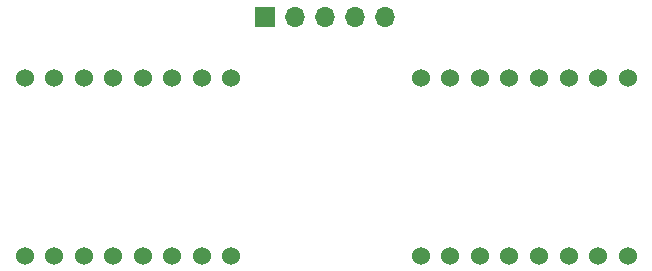
<source format=gbr>
%TF.GenerationSoftware,KiCad,Pcbnew,(6.0.9)*%
%TF.CreationDate,2023-07-18T19:51:57+10:00*%
%TF.ProjectId,VisorPlate2.0,5669736f-7250-46c6-9174-65322e302e6b,rev?*%
%TF.SameCoordinates,Original*%
%TF.FileFunction,Soldermask,Top*%
%TF.FilePolarity,Negative*%
%FSLAX46Y46*%
G04 Gerber Fmt 4.6, Leading zero omitted, Abs format (unit mm)*
G04 Created by KiCad (PCBNEW (6.0.9)) date 2023-07-18 19:51:57*
%MOMM*%
%LPD*%
G01*
G04 APERTURE LIST*
%ADD10R,1.700000X1.700000*%
%ADD11O,1.700000X1.700000*%
%ADD12C,1.524000*%
G04 APERTURE END LIST*
D10*
%TO.C,J1*%
X127920000Y-93275000D03*
D11*
X130460000Y-93275000D03*
X133000000Y-93275000D03*
X135540000Y-93275000D03*
X138080000Y-93275000D03*
%TD*%
D12*
%TO.C,U4*%
X158580000Y-98500000D03*
X156080000Y-98500000D03*
X153580000Y-98500000D03*
X151080000Y-98500000D03*
X148580000Y-98500000D03*
X146080000Y-98500000D03*
X143580000Y-98500000D03*
X141080000Y-98500000D03*
X141080000Y-113500000D03*
X143580000Y-113500000D03*
X146080000Y-113500000D03*
X148580000Y-113500000D03*
X151080000Y-113500000D03*
X153580000Y-113500000D03*
X156080000Y-113500000D03*
X158580000Y-113500000D03*
%TD*%
%TO.C,U2*%
X125020000Y-98500000D03*
X122520000Y-98500000D03*
X120020000Y-98500000D03*
X117520000Y-98500000D03*
X115020000Y-98500000D03*
X112520000Y-98500000D03*
X110020000Y-98500000D03*
X107520000Y-98500000D03*
X107520000Y-113500000D03*
X110020000Y-113500000D03*
X112520000Y-113500000D03*
X115020000Y-113500000D03*
X117520000Y-113500000D03*
X120020000Y-113500000D03*
X122520000Y-113500000D03*
X125020000Y-113500000D03*
%TD*%
M02*

</source>
